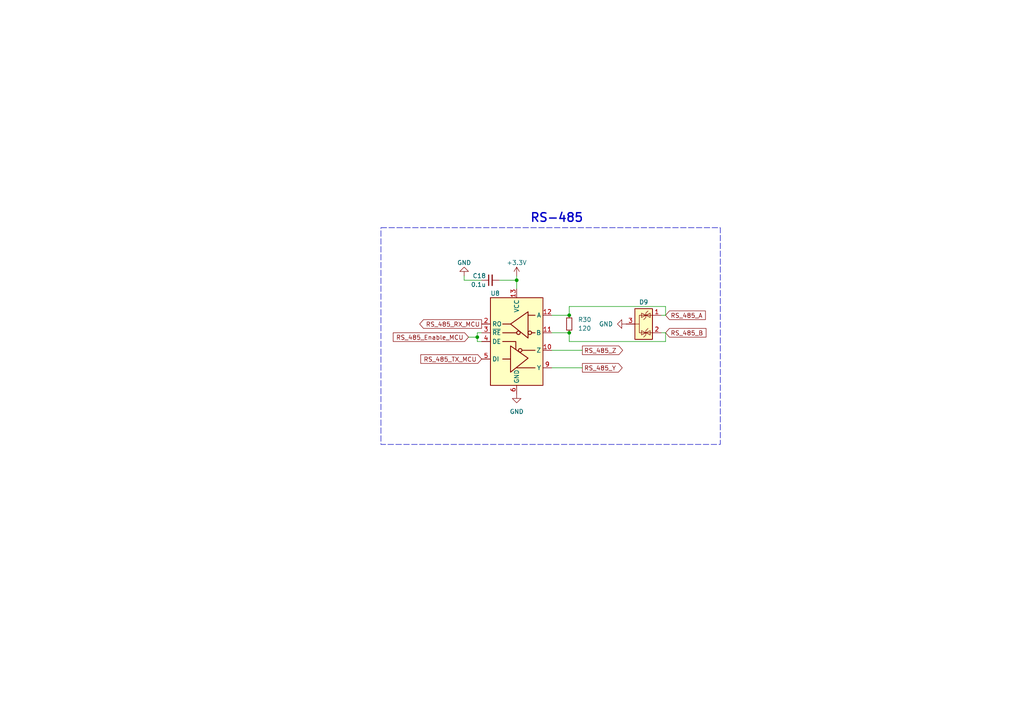
<source format=kicad_sch>
(kicad_sch (version 20230121) (generator eeschema)
  (paper "A4")
  (title_block (comment 1 "МПСТ.76721.758764.02.М Э3"))
  (lib_symbols
    (symbol "Device:C_Small" (pin_numbers hide) (pin_names (offset 0.254) hide)
      (property "Reference" "C" (at 0.254 1.778 0))
      (property "Value" "C_Small" (at 0.254 -2.032 0))
      (symbol "C_Small_0_1"
        (polyline (pts (xy -1.524 -0.508) (xy 1.524 -0.508)) (stroke (width 0.3302)))
        (polyline (pts (xy -1.524 0.508) (xy 1.524 0.508)) (stroke (width 0.3048)))
      )
      (symbol "C_Small_1_1"
        (pin passive line (at 0 2.54 270) (length 2.032) (name "~") (number "1"))
        (pin passive line (at 0 -2.54 90) (length 2.032) (name "~") (number "2"))
      )
    )
    (symbol "Device:R_Small" (pin_numbers hide) (pin_names (offset 0.254) hide)
      (property "Reference" "R" (at 0.762 0.508 0))
      (property "Value" "R_Small" (at 0.762 -1.016 0))
      (symbol "R_Small_0_1"
        (rectangle (start -0.762 1.778) (end 0.762 -1.778) (stroke (width 0.2032)))
      )
      (symbol "R_Small_1_1"
        (pin passive line (at 0 2.54 270) (length 0.762) (name "~") (number "1"))
        (pin passive line (at 0 -2.54 90) (length 0.762) (name "~") (number "2"))
      )
    )
    (symbol "Interface_UART:ADM3491ExR"
      (property "Reference" "U" (at -7.62 16.51 0))
      (property "Value" "ADM3491ExR" (at -11.43 -13.97 0))
      (symbol "ADM3491ExR_0_1"
        (rectangle (start -7.62 12.7) (end 7.62 -12.7) (stroke (width 0.254)) (fill (type background)))
        (polyline (pts (xy -4.064 2.54) (xy 0 2.54)) (stroke (width 0.254)))
        (polyline (pts (xy -1.778 -5.08) (xy -4.064 -5.08)) (stroke (width 0.254)))
        (polyline (pts (xy -1.778 5.08) (xy -4.064 5.08)) (stroke (width 0.254)))
        (polyline (pts (xy 0 -7.62) (xy 5.334 -7.62)) (stroke (width 0.254)))
        (polyline (pts (xy 1.524 -2.54) (xy 5.334 -2.54)) (stroke (width 0.254)))
        (polyline (pts (xy 3.302 7.62) (xy 5.334 7.62)) (stroke (width 0.254)))
        (polyline (pts (xy 4.318 2.54) (xy 5.334 2.54)) (stroke (width 0.254)))
        (polyline (pts (xy -4.064 0) (xy -0.254 0) (xy -0.254 -2.286)) (stroke (width 0.254)))
        (polyline (pts (xy -1.778 -5.08) (xy -1.778 -1.27) (xy 3.302 -4.826) (xy -1.778 -8.89) (xy -1.778 -5.08)) (stroke (width 0.254)))
        (circle (center 1.016 -2.54) (radius 0.508) (stroke (width 0.254)))
      )
      (symbol "ADM3491ExR_1_1"
        (polyline (pts (xy 3.302 4.826) (xy 3.302 8.636) (xy -1.778 5.08) (xy 3.302 1.016) (xy 3.302 4.826)) (stroke (width 0.254)))
        (circle (center 0.508 2.54) (radius 0.508) (stroke (width 0.254)))
        (circle (center 3.81 2.54) (radius 0.508) (stroke (width 0.254)))
        (pin no_connect line (at -7.62 -10.16 0) (length 2.54) hide (name "NC") (number "1"))
        (pin output line (at 10.16 -2.54 180) (length 2.54) (name "Z") (number "10"))
        (pin input line (at 10.16 2.54 180) (length 2.54) (name "B") (number "11"))
        (pin input line (at 10.16 7.62 180) (length 2.54) (name "A") (number "12"))
        (pin power_in line (at 0 15.24 270) (length 2.54) (name "VCC") (number "13"))
        (pin passive line (at 0 15.24 270) (length 2.54) hide (name "VCC") (number "14"))
        (pin output line (at -10.16 5.08 0) (length 2.54) (name "RO") (number "2"))
        (pin input line (at -10.16 2.54 0) (length 2.54) (name "~{RE}") (number "3"))
        (pin input line (at -10.16 0 0) (length 2.54) (name "DE") (number "4"))
        (pin input line (at -10.16 -5.08 0) (length 2.54) (name "DI") (number "5"))
        (pin power_in line (at 0 -15.24 90) (length 2.54) (name "GND") (number "6"))
        (pin passive line (at 0 -15.24 90) (length 2.54) hide (name "GND") (number "7"))
        (pin no_connect line (at -7.62 -7.62 0) (length 2.54) hide (name "NC") (number "8"))
        (pin output line (at 10.16 -7.62 180) (length 2.54) (name "Y") (number "9"))
      )
    )
    (symbol "Power_Protection:NUP2105L" (pin_names hide)
      (property "Reference" "D" (at 5.715 2.54 0))
      (property "Value" "NUP2105L" (at 5.715 0.635 0))
      (symbol "NUP2105L_0_0"
        (pin passive line (at 0 -5.08 90) (length 2.54) (name "A") (number "3"))
      )
      (symbol "NUP2105L_0_1"
        (rectangle (start -4.445 2.54) (end 4.445 -2.54) (stroke (width 0.254)) (fill (type background)))
        (polyline (pts (xy -2.54 2.54) (xy -2.54 0.635)))
        (polyline (pts (xy 0 -1.27) (xy 0 -2.54)))
        (polyline (pts (xy 2.54 2.54) (xy 2.54 0.635)))
        (polyline (pts (xy -3.81 1.27) (xy -3.175 0.635) (xy -1.905 0.635) (xy -1.27 0)))
        (polyline (pts (xy -2.54 0.635) (xy -2.54 -1.27) (xy 2.54 -1.27) (xy 2.54 0.635)))
        (polyline (pts (xy -2.54 0.635) (xy -1.905 -0.635) (xy -3.175 -0.635) (xy -2.54 0.635)))
        (polyline (pts (xy 2.54 0.635) (xy 1.905 -0.635) (xy 3.175 -0.635) (xy 2.54 0.635)))
        (polyline (pts (xy 2.54 0.635) (xy 3.175 1.905) (xy 1.905 1.905) (xy 2.54 0.635)))
        (polyline (pts (xy -2.54 0.635) (xy -3.175 1.905) (xy -1.905 1.905) (xy -2.54 0.635) (xy -2.54 1.27)))
        (polyline (pts (xy 1.27 1.27) (xy 1.905 0.635) (xy 2.54 0.635) (xy 3.175 0.635) (xy 3.81 0)))
      )
      (symbol "NUP2105L_1_1"
        (pin passive line (at -2.54 5.08 270) (length 2.54) (name "K") (number "1"))
        (pin passive line (at 2.54 5.08 270) (length 2.54) (name "K") (number "2"))
      )
    )
    (symbol "power:+3.3V" (power) (pin_names (offset 0))
      (property "Value" "+3.3V" (at 0 3.556 0))
      (symbol "+3.3V_0_1"
        (polyline (pts (xy -0.762 1.27) (xy 0 2.54)))
        (polyline (pts (xy 0 0) (xy 0 2.54)))
        (polyline (pts (xy 0 2.54) (xy 0.762 1.27)))
      )
      (symbol "+3.3V_1_1"
        (pin power_in line (at 0 0 90) (length 0) hide (name "+3.3V") (number "1"))
      )
    )
    (symbol "power:GND" (power) (pin_names (offset 0))
      (property "Value" "GND" (at 0 -3.81 0))
      (symbol "GND_0_1"
        (polyline (pts (xy 0 0) (xy 0 -1.27) (xy 1.27 -1.27) (xy 0 -2.54) (xy -1.27 -1.27) (xy 0 -1.27)))
      )
      (symbol "GND_1_1"
        (pin power_in line (at 0 0 270) (length 0) hide (name "GND") (number "1"))
      )
    )
  )
  (junction (at 149.86 81.28))
  (junction (at 138.43 97.79))
  (junction (at 165.1 96.52))
  (junction (at 165.1 91.44))
  (wire (pts (xy 149.86 81.28) (xy 149.86 83.82)))
  (wire (pts (xy 160.02 96.52) (xy 165.1 96.52)))
  (wire (pts (xy 139.7 96.52) (xy 138.43 96.52)))
  (wire (pts (xy 138.43 99.06) (xy 139.7 99.06)))
  (wire (pts (xy 165.1 99.06) (xy 165.1 96.52)))
  (wire (pts (xy 193.04 88.9) (xy 165.1 88.9)))
  (wire (pts (xy 160.02 101.6) (xy 168.91 101.6)))
  (wire (pts (xy 165.1 88.9) (xy 165.1 91.44)))
  (wire (pts (xy 134.62 81.28) (xy 139.7 81.28)))
  (wire (pts (xy 160.02 106.68) (xy 168.91 106.68)))
  (wire (pts (xy 138.43 96.52) (xy 138.43 97.79)))
  (wire (pts (xy 191.77 96.52) (xy 193.04 96.52)))
  (wire (pts (xy 144.78 81.28) (xy 149.86 81.28)))
  (wire (pts (xy 193.04 96.52) (xy 193.04 99.06)))
  (wire (pts (xy 193.04 91.44) (xy 193.04 88.9)))
  (wire (pts (xy 160.02 91.44) (xy 165.1 91.44)))
  (wire (pts (xy 134.62 80.01) (xy 134.62 81.28)))
  (wire (pts (xy 149.86 80.01) (xy 149.86 81.28)))
  (wire (pts (xy 138.43 97.79) (xy 138.43 99.06)))
  (wire (pts (xy 191.77 91.44) (xy 193.04 91.44)))
  (wire (pts (xy 135.89 97.79) (xy 138.43 97.79)))
  (wire (pts (xy 193.04 99.06) (xy 165.1 99.06)))
  (rectangle (start 110.49 66.04) (end 208.915 128.905) (stroke (width 0) (type dash)))
  (text "RS-485" (at 153.67 64.77 0) (effects (font (size 2.5 2.5) (thickness 0.4) bold) (justify left bottom)))
  (global_label "RS_485_Enable_MCU" (shape input) (at 135.89 97.79 180) (property "Intersheetrefs" "${INTERSHEET_REFS}" (effects hide)))
  (global_label "RS_485_RX_MCU" (shape output) (at 139.7 93.98 180) (property "Intersheetrefs" "${INTERSHEET_REFS}" (effects hide)))
  (global_label "RS_485_Y" (shape output) (at 168.91 106.68 0) (property "Intersheetrefs" "${INTERSHEET_REFS}" (effects hide)))
  (global_label "RS_485_TX_MCU" (shape input) (at 139.7 104.14 180) (property "Intersheetrefs" "${INTERSHEET_REFS}" (effects hide)))
  (global_label "RS_485_A" (shape input) (at 193.04 91.44 0) (property "Intersheetrefs" "${INTERSHEET_REFS}" (effects hide)))
  (global_label "RS_485_Z" (shape output) (at 168.91 101.6 0) (property "Intersheetrefs" "${INTERSHEET_REFS}" (effects hide)))
  (global_label "RS_485_B" (shape input) (at 193.04 96.52 0) (property "Intersheetrefs" "${INTERSHEET_REFS}" (effects hide)))
  (symbol (lib_id "Interface_UART:ADM3491ExR") (at 149.86 99.06 0) (unit 1)
    (property "Reference" "U8" (at 142.24 85.09 0) (effects (justify left)))
    (property "Value" "ADM3491ARZ" (effects hide))
    (property "Footprint" "Package_SO:SOIC-14_3.9x8.7mm_P1.27mm" (effects hide))
    (property "Datasheet" "https://www.analog.com/media/en/technical-documentation/data-sheets/ADM3483E_3486E_3488E_3490E_3491E.pdf" (effects hide))
  )
  (symbol (lib_id "Device:C_Small") (at 142.24 81.28 90) (unit 1)
    (property "Reference" "C18" (at 140.97 80.01 90) (effects (justify left)))
    (property "Value" "0.1u" (at 140.97 82.55 90) (effects (justify left)))
    (property "Footprint" "Capacitor_SMD:C_0603_1608Metric_Pad1.08x0.95mm_HandSolder" (effects hide))
    (instances (project "Плата управления" (path "" (reference "C18") (unit 1)) (path "" (reference "C12") (unit 1)) (path "" (reference "C40") (unit 1)) (path "" (reference "C58") (unit 1)) (path "" (reference "C32") (unit 1))) (project "Силовая плата" (path "" (reference "C10") (unit 1)) (path "" (reference "C11") (unit 1)) (path "" (reference "C14") (unit 1))))
  )
  (symbol (lib_id "Device:R_Small") (at 165.1 93.98 180) (unit 1)
    (property "Reference" "R30" (at 167.64 92.71 0) (effects (justify right)))
    (property "Value" "120" (at 167.64 95.25 0) (effects (justify right)))
    (property "Footprint" "Resistor_SMD:R_0805_2012Metric" (effects hide))
    (instances (project "Плата управления" (path "" (reference "R30") (unit 1)) (path "" (reference "R20") (unit 1)) (path "" (reference "R37") (unit 1)) (path "" (reference "R36") (unit 1)) (path "" (reference "R31") (unit 1))) (project "Силовая плата" (path "" (reference "R2") (unit 1))))
  )
  (symbol (lib_id "Power_Protection:NUP2105L") (at 186.69 93.98 270) (unit 1)
    (property "Reference" "D9" (at 186.69 87.63 90))
    (property "Value" "PSM712-LF-T7" (effects hide))
    (property "Footprint" "Package_TO_SOT_SMD:SOT-23" (effects hide))
    (property "Datasheet" "http://www.onsemi.com/pub_link/Collateral/NUP2105L-D.PDF" (effects hide))
    (instances (project "Плата управления" (path "" (reference "D9") (unit 1)) (path "" (reference "D6") (unit 1))))
  )
  (symbol (lib_id "power:+3.3V") (at 149.86 80.01 0) (unit 1)
    (property "Reference" "#PWR072" (effects hide))
    (property "Value" "+3.3V" (at 149.86 76.2 0))
  )
  (symbol (lib_id "power:GND") (at 134.62 80.01 180) (unit 1)
    (property "Reference" "#PWR071" (effects hide))
    (property "Value" "GND" (at 134.62 76.2 0))
  )
  (symbol (lib_id "power:GND") (at 149.86 114.3 0) (unit 1)
    (property "Reference" "#PWR074" (effects hide))
    (property "Value" "GND" (at 149.86 119.38 0))
  )
  (symbol (lib_id "power:GND") (at 181.61 93.98 270) (unit 1)
    (property "Reference" "#PWR073" (effects hide))
    (property "Value" "GND" (at 177.8 93.98 90) (effects (justify right)))
  )
)
</source>
